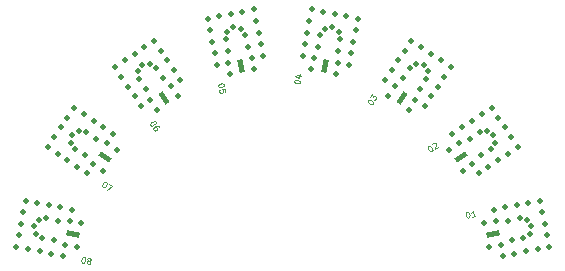
<source format=gbr>
%TF.GenerationSoftware,KiCad,Pcbnew,8.0.0*%
%TF.CreationDate,2024-07-05T18:49:25+02:00*%
%TF.ProjectId,example,6578616d-706c-4652-9e6b-696361645f70,rev?*%
%TF.SameCoordinates,Original*%
%TF.FileFunction,Copper,L1,Top*%
%TF.FilePolarity,Positive*%
%FSLAX46Y46*%
G04 Gerber Fmt 4.6, Leading zero omitted, Abs format (unit mm)*
G04 Created by KiCad (PCBNEW 8.0.0) date 2024-07-05 18:49:25*
%MOMM*%
%LPD*%
G01*
G04 APERTURE LIST*
G04 Aperture macros list*
%AMRotRect*
0 Rectangle, with rotation*
0 The origin of the aperture is its center*
0 $1 length*
0 $2 width*
0 $3 Rotation angle, in degrees counterclockwise*
0 Add horizontal line*
21,1,$1,$2,0,0,$3*%
G04 Aperture macros list end*
%ADD10C,0.100000*%
%TA.AperFunction,NonConductor*%
%ADD11C,0.100000*%
%TD*%
%TA.AperFunction,ComponentPad*%
%ADD12C,0.500000*%
%TD*%
%TA.AperFunction,SMDPad,CuDef*%
%ADD13RotRect,1.100000X0.440000X191.250000*%
%TD*%
%TA.AperFunction,SMDPad,CuDef*%
%ADD14RotRect,1.100000X0.440000X213.750000*%
%TD*%
%TA.AperFunction,SMDPad,CuDef*%
%ADD15RotRect,1.100000X0.440000X236.250000*%
%TD*%
%TA.AperFunction,SMDPad,CuDef*%
%ADD16RotRect,1.100000X0.440000X258.750000*%
%TD*%
%TA.AperFunction,SMDPad,CuDef*%
%ADD17RotRect,1.100000X0.440000X281.250000*%
%TD*%
%TA.AperFunction,SMDPad,CuDef*%
%ADD18RotRect,1.100000X0.440000X303.750000*%
%TD*%
%TA.AperFunction,SMDPad,CuDef*%
%ADD19RotRect,1.100000X0.440000X326.250000*%
%TD*%
%TA.AperFunction,SMDPad,CuDef*%
%ADD20RotRect,1.100000X0.440000X348.750000*%
%TD*%
G04 APERTURE END LIST*
D10*
D11*
X163722705Y-68347085D02*
X163769409Y-68337795D01*
X163769409Y-68337795D02*
X163820758Y-68351857D01*
X163820758Y-68351857D02*
X163848755Y-68370564D01*
X163848755Y-68370564D02*
X163881397Y-68412623D01*
X163881397Y-68412623D02*
X163923330Y-68501386D01*
X163923330Y-68501386D02*
X163946555Y-68618146D01*
X163946555Y-68618146D02*
X163941783Y-68716199D01*
X163941783Y-68716199D02*
X163927721Y-68767548D01*
X163927721Y-68767548D02*
X163909014Y-68795545D01*
X163909014Y-68795545D02*
X163866954Y-68828187D01*
X163866954Y-68828187D02*
X163820250Y-68837477D01*
X163820250Y-68837477D02*
X163768901Y-68823415D01*
X163768901Y-68823415D02*
X163740904Y-68804708D01*
X163740904Y-68804708D02*
X163708262Y-68762649D01*
X163708262Y-68762649D02*
X163666330Y-68673886D01*
X163666330Y-68673886D02*
X163643105Y-68557126D01*
X163643105Y-68557126D02*
X163647877Y-68459073D01*
X163647877Y-68459073D02*
X163661939Y-68407724D01*
X163661939Y-68407724D02*
X163680646Y-68379727D01*
X163680646Y-68379727D02*
X163722705Y-68347085D01*
X164450755Y-68712062D02*
X164170530Y-68767802D01*
X164310643Y-68739932D02*
X164213097Y-68249540D01*
X164213097Y-68249540D02*
X164180328Y-68328886D01*
X164180328Y-68328886D02*
X164142914Y-68384880D01*
X164142914Y-68384880D02*
X164100855Y-68417522D01*
D10*
D11*
X160463480Y-62797057D02*
X160503073Y-62770601D01*
X160503073Y-62770601D02*
X160555895Y-62763943D01*
X160555895Y-62763943D02*
X160588920Y-62770512D01*
X160588920Y-62770512D02*
X160635172Y-62796878D01*
X160635172Y-62796878D02*
X160707881Y-62862837D01*
X160707881Y-62862837D02*
X160774020Y-62961822D01*
X160774020Y-62961822D02*
X160807135Y-63054237D01*
X160807135Y-63054237D02*
X160813794Y-63107059D01*
X160813794Y-63107059D02*
X160807224Y-63140084D01*
X160807224Y-63140084D02*
X160780859Y-63186336D01*
X160780859Y-63186336D02*
X160741265Y-63212792D01*
X160741265Y-63212792D02*
X160688443Y-63219451D01*
X160688443Y-63219451D02*
X160655418Y-63212882D01*
X160655418Y-63212882D02*
X160609166Y-63186516D01*
X160609166Y-63186516D02*
X160536457Y-63120556D01*
X160536457Y-63120556D02*
X160470318Y-63021572D01*
X160470318Y-63021572D02*
X160437204Y-62929156D01*
X160437204Y-62929156D02*
X160430545Y-62876334D01*
X160430545Y-62876334D02*
X160437114Y-62843310D01*
X160437114Y-62843310D02*
X160463480Y-62797057D01*
X160786888Y-62638233D02*
X160793457Y-62605208D01*
X160793457Y-62605208D02*
X160819823Y-62558956D01*
X160819823Y-62558956D02*
X160918808Y-62492817D01*
X160918808Y-62492817D02*
X160971630Y-62486158D01*
X160971630Y-62486158D02*
X161004654Y-62492727D01*
X161004654Y-62492727D02*
X161050907Y-62519093D01*
X161050907Y-62519093D02*
X161077363Y-62558686D01*
X161077363Y-62558686D02*
X161097249Y-62631305D01*
X161097249Y-62631305D02*
X161018421Y-63027602D01*
X161018421Y-63027602D02*
X161275781Y-62855640D01*
D10*
D11*
X155328445Y-58916752D02*
X155354900Y-58877158D01*
X155354900Y-58877158D02*
X155401153Y-58850792D01*
X155401153Y-58850792D02*
X155434178Y-58844223D01*
X155434178Y-58844223D02*
X155486999Y-58850882D01*
X155486999Y-58850882D02*
X155579415Y-58883996D01*
X155579415Y-58883996D02*
X155678399Y-58950136D01*
X155678399Y-58950136D02*
X155744359Y-59022844D01*
X155744359Y-59022844D02*
X155770725Y-59069096D01*
X155770725Y-59069096D02*
X155777294Y-59102121D01*
X155777294Y-59102121D02*
X155770635Y-59154943D01*
X155770635Y-59154943D02*
X155744179Y-59194537D01*
X155744179Y-59194537D02*
X155697927Y-59220903D01*
X155697927Y-59220903D02*
X155664902Y-59227472D01*
X155664902Y-59227472D02*
X155612080Y-59220813D01*
X155612080Y-59220813D02*
X155519665Y-59187698D01*
X155519665Y-59187698D02*
X155420681Y-59121559D01*
X155420681Y-59121559D02*
X155354721Y-59048851D01*
X155354721Y-59048851D02*
X155328355Y-59002598D01*
X155328355Y-59002598D02*
X155321786Y-58969573D01*
X155321786Y-58969573D02*
X155328445Y-58916752D01*
X155513634Y-58639595D02*
X155685597Y-58382236D01*
X155685597Y-58382236D02*
X155751377Y-58626637D01*
X155751377Y-58626637D02*
X155791060Y-58567246D01*
X155791060Y-58567246D02*
X155837313Y-58540880D01*
X155837313Y-58540880D02*
X155870338Y-58534311D01*
X155870338Y-58534311D02*
X155923159Y-58540970D01*
X155923159Y-58540970D02*
X156022144Y-58607109D01*
X156022144Y-58607109D02*
X156048510Y-58653362D01*
X156048510Y-58653362D02*
X156055079Y-58686387D01*
X156055079Y-58686387D02*
X156048420Y-58739208D01*
X156048420Y-58739208D02*
X155969053Y-58857990D01*
X155969053Y-58857990D02*
X155922800Y-58884356D01*
X155922800Y-58884356D02*
X155889775Y-58890925D01*
D10*
D11*
X149099362Y-57296909D02*
X149108652Y-57250205D01*
X149108652Y-57250205D02*
X149141294Y-57208146D01*
X149141294Y-57208146D02*
X149169291Y-57189439D01*
X149169291Y-57189439D02*
X149220640Y-57175377D01*
X149220640Y-57175377D02*
X149318693Y-57170605D01*
X149318693Y-57170605D02*
X149435453Y-57193830D01*
X149435453Y-57193830D02*
X149524216Y-57235762D01*
X149524216Y-57235762D02*
X149566275Y-57268404D01*
X149566275Y-57268404D02*
X149584982Y-57296401D01*
X149584982Y-57296401D02*
X149599044Y-57347750D01*
X149599044Y-57347750D02*
X149589754Y-57394454D01*
X149589754Y-57394454D02*
X149557112Y-57436513D01*
X149557112Y-57436513D02*
X149529115Y-57455220D01*
X149529115Y-57455220D02*
X149477766Y-57469282D01*
X149477766Y-57469282D02*
X149379713Y-57474054D01*
X149379713Y-57474054D02*
X149262953Y-57450829D01*
X149262953Y-57450829D02*
X149174190Y-57408897D01*
X149174190Y-57408897D02*
X149132131Y-57376255D01*
X149132131Y-57376255D02*
X149113424Y-57348258D01*
X149113424Y-57348258D02*
X149099362Y-57296909D01*
X149378951Y-56745624D02*
X149705880Y-56810654D01*
X149168910Y-56825224D02*
X149495965Y-57011659D01*
X149495965Y-57011659D02*
X149556350Y-56708083D01*
D10*
D11*
X143159618Y-57563527D02*
X143168908Y-57610231D01*
X143168908Y-57610231D02*
X143154846Y-57661580D01*
X143154846Y-57661580D02*
X143136139Y-57689577D01*
X143136139Y-57689577D02*
X143094080Y-57722219D01*
X143094080Y-57722219D02*
X143005317Y-57764152D01*
X143005317Y-57764152D02*
X142888557Y-57787377D01*
X142888557Y-57787377D02*
X142790504Y-57782605D01*
X142790504Y-57782605D02*
X142739155Y-57768543D01*
X142739155Y-57768543D02*
X142711158Y-57749836D01*
X142711158Y-57749836D02*
X142678516Y-57707776D01*
X142678516Y-57707776D02*
X142669226Y-57661072D01*
X142669226Y-57661072D02*
X142683288Y-57609723D01*
X142683288Y-57609723D02*
X142701995Y-57581726D01*
X142701995Y-57581726D02*
X142744054Y-57549084D01*
X142744054Y-57549084D02*
X142832817Y-57507152D01*
X142832817Y-57507152D02*
X142949577Y-57483927D01*
X142949577Y-57483927D02*
X143047630Y-57488699D01*
X143047630Y-57488699D02*
X143098979Y-57502761D01*
X143098979Y-57502761D02*
X143126976Y-57521468D01*
X143126976Y-57521468D02*
X143159618Y-57563527D01*
X143280388Y-58170680D02*
X143233938Y-57937159D01*
X143233938Y-57937159D02*
X142995773Y-57960257D01*
X142995773Y-57960257D02*
X143023770Y-57978964D01*
X143023770Y-57978964D02*
X143056412Y-58021023D01*
X143056412Y-58021023D02*
X143079637Y-58137784D01*
X143079637Y-58137784D02*
X143065575Y-58189133D01*
X143065575Y-58189133D02*
X143046868Y-58217130D01*
X143046868Y-58217130D02*
X143004809Y-58249772D01*
X143004809Y-58249772D02*
X142888049Y-58272997D01*
X142888049Y-58272997D02*
X142836700Y-58258935D01*
X142836700Y-58258935D02*
X142808703Y-58240228D01*
X142808703Y-58240228D02*
X142776061Y-58198169D01*
X142776061Y-58198169D02*
X142752836Y-58081408D01*
X142752836Y-58081408D02*
X142766898Y-58030059D01*
X142766898Y-58030059D02*
X142785605Y-58002062D01*
D10*
D11*
X137338976Y-60703502D02*
X137365432Y-60743095D01*
X137365432Y-60743095D02*
X137372090Y-60795917D01*
X137372090Y-60795917D02*
X137365521Y-60828942D01*
X137365521Y-60828942D02*
X137339155Y-60875194D01*
X137339155Y-60875194D02*
X137273196Y-60947903D01*
X137273196Y-60947903D02*
X137174211Y-61014042D01*
X137174211Y-61014042D02*
X137081796Y-61047157D01*
X137081796Y-61047157D02*
X137028974Y-61053816D01*
X137028974Y-61053816D02*
X136995949Y-61047246D01*
X136995949Y-61047246D02*
X136949697Y-61020881D01*
X136949697Y-61020881D02*
X136923241Y-60981287D01*
X136923241Y-60981287D02*
X136916582Y-60928465D01*
X136916582Y-60928465D02*
X136923151Y-60895440D01*
X136923151Y-60895440D02*
X136949517Y-60849188D01*
X136949517Y-60849188D02*
X137015477Y-60776479D01*
X137015477Y-60776479D02*
X137114461Y-60710340D01*
X137114461Y-60710340D02*
X137206877Y-60677226D01*
X137206877Y-60677226D02*
X137259699Y-60670567D01*
X137259699Y-60670567D02*
X137292723Y-60677136D01*
X137292723Y-60677136D02*
X137338976Y-60703502D01*
X137669672Y-61198424D02*
X137616761Y-61119236D01*
X137616761Y-61119236D02*
X137570508Y-61092870D01*
X137570508Y-61092870D02*
X137537483Y-61086301D01*
X137537483Y-61086301D02*
X137451637Y-61086391D01*
X137451637Y-61086391D02*
X137359221Y-61119505D01*
X137359221Y-61119505D02*
X137200846Y-61225328D01*
X137200846Y-61225328D02*
X137174480Y-61271581D01*
X137174480Y-61271581D02*
X137167911Y-61304606D01*
X137167911Y-61304606D02*
X137174570Y-61357427D01*
X137174570Y-61357427D02*
X137227482Y-61436615D01*
X137227482Y-61436615D02*
X137273734Y-61462981D01*
X137273734Y-61462981D02*
X137306759Y-61469550D01*
X137306759Y-61469550D02*
X137359581Y-61462891D01*
X137359581Y-61462891D02*
X137458565Y-61396752D01*
X137458565Y-61396752D02*
X137484931Y-61350499D01*
X137484931Y-61350499D02*
X137491500Y-61317474D01*
X137491500Y-61317474D02*
X137484841Y-61264653D01*
X137484841Y-61264653D02*
X137431930Y-61185465D01*
X137431930Y-61185465D02*
X137385677Y-61159099D01*
X137385677Y-61159099D02*
X137352652Y-61152530D01*
X137352652Y-61152530D02*
X137299831Y-61159189D01*
D10*
D11*
X133163019Y-65831923D02*
X133202613Y-65858378D01*
X133202613Y-65858378D02*
X133228979Y-65904631D01*
X133228979Y-65904631D02*
X133235548Y-65937656D01*
X133235548Y-65937656D02*
X133228889Y-65990477D01*
X133228889Y-65990477D02*
X133195775Y-66082893D01*
X133195775Y-66082893D02*
X133129635Y-66181877D01*
X133129635Y-66181877D02*
X133056927Y-66247837D01*
X133056927Y-66247837D02*
X133010675Y-66274203D01*
X133010675Y-66274203D02*
X132977650Y-66280772D01*
X132977650Y-66280772D02*
X132924828Y-66274113D01*
X132924828Y-66274113D02*
X132885234Y-66247657D01*
X132885234Y-66247657D02*
X132858868Y-66201405D01*
X132858868Y-66201405D02*
X132852299Y-66168380D01*
X132852299Y-66168380D02*
X132858958Y-66115558D01*
X132858958Y-66115558D02*
X132892073Y-66023143D01*
X132892073Y-66023143D02*
X132958212Y-65924159D01*
X132958212Y-65924159D02*
X133030920Y-65858199D01*
X133030920Y-65858199D02*
X133077173Y-65831833D01*
X133077173Y-65831833D02*
X133110198Y-65825264D01*
X133110198Y-65825264D02*
X133163019Y-65831923D01*
X133440176Y-66017112D02*
X133717332Y-66202303D01*
X133717332Y-66202303D02*
X133261375Y-66498987D01*
D10*
D11*
X131267500Y-72168036D02*
X131314204Y-72177326D01*
X131314204Y-72177326D02*
X131356263Y-72209968D01*
X131356263Y-72209968D02*
X131374970Y-72237965D01*
X131374970Y-72237965D02*
X131389032Y-72289314D01*
X131389032Y-72289314D02*
X131393804Y-72387367D01*
X131393804Y-72387367D02*
X131370579Y-72504127D01*
X131370579Y-72504127D02*
X131328647Y-72592890D01*
X131328647Y-72592890D02*
X131296005Y-72634949D01*
X131296005Y-72634949D02*
X131268008Y-72653656D01*
X131268008Y-72653656D02*
X131216659Y-72667718D01*
X131216659Y-72667718D02*
X131169955Y-72658428D01*
X131169955Y-72658428D02*
X131127896Y-72625786D01*
X131127896Y-72625786D02*
X131109189Y-72597789D01*
X131109189Y-72597789D02*
X131095127Y-72546440D01*
X131095127Y-72546440D02*
X131090355Y-72448387D01*
X131090355Y-72448387D02*
X131113580Y-72331627D01*
X131113580Y-72331627D02*
X131155512Y-72242864D01*
X131155512Y-72242864D02*
X131188154Y-72200805D01*
X131188154Y-72200805D02*
X131216151Y-72182098D01*
X131216151Y-72182098D02*
X131267500Y-72168036D01*
X131669383Y-72466459D02*
X131627324Y-72433817D01*
X131627324Y-72433817D02*
X131608617Y-72405820D01*
X131608617Y-72405820D02*
X131594555Y-72354471D01*
X131594555Y-72354471D02*
X131599200Y-72331119D01*
X131599200Y-72331119D02*
X131631842Y-72289060D01*
X131631842Y-72289060D02*
X131659839Y-72270353D01*
X131659839Y-72270353D02*
X131711188Y-72256291D01*
X131711188Y-72256291D02*
X131804596Y-72274871D01*
X131804596Y-72274871D02*
X131846655Y-72307513D01*
X131846655Y-72307513D02*
X131865362Y-72335510D01*
X131865362Y-72335510D02*
X131879424Y-72386859D01*
X131879424Y-72386859D02*
X131874779Y-72410211D01*
X131874779Y-72410211D02*
X131842137Y-72452270D01*
X131842137Y-72452270D02*
X131814140Y-72470977D01*
X131814140Y-72470977D02*
X131762791Y-72485039D01*
X131762791Y-72485039D02*
X131669383Y-72466459D01*
X131669383Y-72466459D02*
X131618034Y-72480521D01*
X131618034Y-72480521D02*
X131590037Y-72499228D01*
X131590037Y-72499228D02*
X131557395Y-72541287D01*
X131557395Y-72541287D02*
X131538815Y-72634695D01*
X131538815Y-72634695D02*
X131552877Y-72686044D01*
X131552877Y-72686044D02*
X131571584Y-72714041D01*
X131571584Y-72714041D02*
X131613643Y-72746683D01*
X131613643Y-72746683D02*
X131707051Y-72765263D01*
X131707051Y-72765263D02*
X131758400Y-72751201D01*
X131758400Y-72751201D02*
X131786397Y-72732494D01*
X131786397Y-72732494D02*
X131819039Y-72690435D01*
X131819039Y-72690435D02*
X131837619Y-72597027D01*
X131837619Y-72597027D02*
X131823557Y-72545678D01*
X131823557Y-72545678D02*
X131804850Y-72517681D01*
X131804850Y-72517681D02*
X131762791Y-72485039D01*
D12*
%TO.P,01,0*%
%TO.N,GND*%
X166774943Y-72097578D03*
X167755728Y-71902488D03*
X168736514Y-71707398D03*
X169717299Y-71512307D03*
X170698084Y-71317217D03*
X165994582Y-68174437D03*
X166975367Y-67979347D03*
X167956152Y-67784256D03*
X168936938Y-67589166D03*
X169917723Y-67394076D03*
X170502994Y-70336432D03*
X170307904Y-69355646D03*
X170112813Y-68374861D03*
X165608822Y-71360923D03*
X166589607Y-71165832D03*
X167531374Y-70774585D03*
X168512160Y-70579494D03*
X165199132Y-69301273D03*
X166179918Y-69106183D03*
X167199721Y-69107250D03*
X168180506Y-68912160D03*
X169053034Y-70218030D03*
X169180000Y-69580000D03*
X168818536Y-69039126D03*
D13*
%TO.P,01,1*%
%TO.N,CPW_3*%
X165943409Y-70223798D03*
%TD*%
D12*
%TO.P,02,0*%
%TO.N,GND*%
X164718631Y-65094021D03*
X165550101Y-64538450D03*
X166381570Y-63982880D03*
X167213040Y-63427310D03*
X168044510Y-62871740D03*
X162496350Y-61768142D03*
X163327820Y-61212572D03*
X164159290Y-60657002D03*
X164990759Y-60101432D03*
X165822229Y-59545861D03*
X167488939Y-62040270D03*
X166933369Y-61208801D03*
X166377799Y-60377331D03*
X163359370Y-64859695D03*
X164190840Y-64304125D03*
X164911195Y-63582260D03*
X165742665Y-63026690D03*
X162192672Y-63113609D03*
X163024142Y-62558038D03*
X163966726Y-62168762D03*
X164798195Y-61613192D03*
X166104041Y-62485757D03*
X165977179Y-61847706D03*
X165436246Y-61486330D03*
D14*
%TO.P,02,1*%
%TO.N,CPW_4*%
X163233329Y-63681088D03*
%TD*%
D12*
%TO.P,03,0*%
%TO.N,GND*%
X160138702Y-59410494D03*
X160694272Y-58579024D03*
X161249842Y-57747554D03*
X161805412Y-56916085D03*
X162360983Y-56084615D03*
X156812823Y-57188213D03*
X157368394Y-56356743D03*
X157923964Y-55525274D03*
X158479534Y-54693804D03*
X159035104Y-53862334D03*
X161529513Y-55529045D03*
X160698043Y-54973475D03*
X159866574Y-54417905D03*
X158793235Y-59714172D03*
X159348806Y-58882702D03*
X159738082Y-57940118D03*
X160293652Y-57108649D03*
X157047149Y-58547474D03*
X157602719Y-57716004D03*
X158324584Y-56995649D03*
X158880154Y-56164179D03*
X160420514Y-56470598D03*
X160059138Y-55929665D03*
X159421087Y-55802803D03*
D15*
%TO.P,03,1*%
%TO.N,CPW_5*%
X158225756Y-58673515D03*
%TD*%
D12*
%TO.P,04,0*%
%TO.N,GND*%
X153732407Y-55912262D03*
X153927497Y-54931477D03*
X154122588Y-53950692D03*
X154317678Y-52969906D03*
X154512768Y-51989121D03*
X149809266Y-55131901D03*
X150004356Y-54151116D03*
X150199446Y-53170330D03*
X150394537Y-52189545D03*
X150589627Y-51208760D03*
X153531983Y-51794031D03*
X152551198Y-51598940D03*
X151570412Y-51403850D03*
X152605571Y-56707712D03*
X152800661Y-55726926D03*
X152799594Y-54707123D03*
X152994684Y-53726338D03*
X150545921Y-56298022D03*
X150741012Y-55317237D03*
X151132259Y-54375470D03*
X151327350Y-53394684D03*
X152867718Y-53088308D03*
X152326844Y-52726844D03*
X151688814Y-52853810D03*
D16*
%TO.P,04,1*%
%TO.N,CPW_6*%
X151683046Y-55963435D03*
%TD*%
D12*
%TO.P,05,0*%
%TO.N,GND*%
X146475046Y-55131901D03*
X146279956Y-54151116D03*
X146084866Y-53170330D03*
X145889775Y-52189545D03*
X145694685Y-51208760D03*
X142551905Y-55912262D03*
X142356815Y-54931477D03*
X142161724Y-53950692D03*
X141966634Y-52969906D03*
X141771544Y-51989121D03*
X144713900Y-51403850D03*
X143733114Y-51598940D03*
X142752329Y-51794031D03*
X145738391Y-56298022D03*
X145543300Y-55317237D03*
X145152053Y-54375470D03*
X144956962Y-53394684D03*
X143678741Y-56707712D03*
X143483651Y-55726926D03*
X143484718Y-54707123D03*
X143289628Y-53726338D03*
X144595498Y-52853810D03*
X143957468Y-52726844D03*
X143416594Y-53088308D03*
D17*
%TO.P,05,1*%
%TO.N,CPW_7*%
X144601266Y-55963435D03*
%TD*%
D12*
%TO.P,06,0*%
%TO.N,GND*%
X139471489Y-57188213D03*
X138915918Y-56356743D03*
X138360348Y-55525274D03*
X137804778Y-54693804D03*
X137249208Y-53862334D03*
X136145610Y-59410494D03*
X135590040Y-58579024D03*
X135034470Y-57747554D03*
X134478900Y-56916085D03*
X133923329Y-56084615D03*
X136417738Y-54417905D03*
X135586269Y-54973475D03*
X134754799Y-55529045D03*
X139237163Y-58547474D03*
X138681593Y-57716004D03*
X137959728Y-56995649D03*
X137404158Y-56164179D03*
X137491077Y-59714172D03*
X136935506Y-58882702D03*
X136546230Y-57940118D03*
X135990660Y-57108649D03*
X136863225Y-55802803D03*
X136225174Y-55929665D03*
X135863798Y-56470598D03*
D18*
%TO.P,06,1*%
%TO.N,CPW_8*%
X138058556Y-58673515D03*
%TD*%
D12*
%TO.P,07,0*%
%TO.N,GND*%
X133787962Y-61768142D03*
X132956492Y-61212572D03*
X132125022Y-60657002D03*
X131293553Y-60101432D03*
X130462083Y-59545861D03*
X131565681Y-65094021D03*
X130734211Y-64538450D03*
X129902742Y-63982880D03*
X129071272Y-63427310D03*
X128239802Y-62871740D03*
X129906513Y-60377331D03*
X129350943Y-61208801D03*
X128795373Y-62040270D03*
X134091640Y-63113609D03*
X133260170Y-62558038D03*
X132317586Y-62168762D03*
X131486117Y-61613192D03*
X132924942Y-64859695D03*
X132093472Y-64304125D03*
X131373117Y-63582260D03*
X130541647Y-63026690D03*
X130848066Y-61486330D03*
X130307133Y-61847706D03*
X130180271Y-62485757D03*
D19*
%TO.P,07,1*%
%TO.N,CPW_1*%
X133050983Y-63681088D03*
%TD*%
D12*
%TO.P,08,0*%
%TO.N,GND*%
X130289730Y-68174437D03*
X129308945Y-67979347D03*
X128328160Y-67784256D03*
X127347374Y-67589166D03*
X126366589Y-67394076D03*
X129509369Y-72097578D03*
X128528584Y-71902488D03*
X127547798Y-71707398D03*
X126567013Y-71512307D03*
X125586228Y-71317217D03*
X126171499Y-68374861D03*
X125976408Y-69355646D03*
X125781318Y-70336432D03*
X131085180Y-69301273D03*
X130104394Y-69106183D03*
X129084591Y-69107250D03*
X128103806Y-68912160D03*
X130675490Y-71360923D03*
X129694705Y-71165832D03*
X128752938Y-70774585D03*
X127772152Y-70579494D03*
X127465776Y-69039126D03*
X127104312Y-69580000D03*
X127231278Y-70218030D03*
D20*
%TO.P,08,1*%
%TO.N,CPW_2*%
X130340903Y-70223798D03*
%TD*%
M02*

</source>
